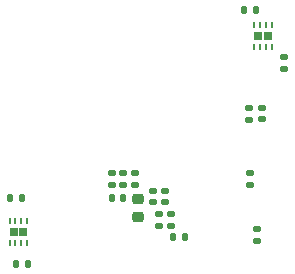
<source format=gbr>
%TF.GenerationSoftware,KiCad,Pcbnew,(6.0.4)*%
%TF.CreationDate,2023-01-28T19:19:13+00:00*%
%TF.ProjectId,PrettySmallRobot,50726574-7479-4536-9d61-6c6c526f626f,rev?*%
%TF.SameCoordinates,Original*%
%TF.FileFunction,Paste,Bot*%
%TF.FilePolarity,Positive*%
%FSLAX46Y46*%
G04 Gerber Fmt 4.6, Leading zero omitted, Abs format (unit mm)*
G04 Created by KiCad (PCBNEW (6.0.4)) date 2023-01-28 19:19:13*
%MOMM*%
%LPD*%
G01*
G04 APERTURE LIST*
G04 Aperture macros list*
%AMRoundRect*
0 Rectangle with rounded corners*
0 $1 Rounding radius*
0 $2 $3 $4 $5 $6 $7 $8 $9 X,Y pos of 4 corners*
0 Add a 4 corners polygon primitive as box body*
4,1,4,$2,$3,$4,$5,$6,$7,$8,$9,$2,$3,0*
0 Add four circle primitives for the rounded corners*
1,1,$1+$1,$2,$3*
1,1,$1+$1,$4,$5*
1,1,$1+$1,$6,$7*
1,1,$1+$1,$8,$9*
0 Add four rect primitives between the rounded corners*
20,1,$1+$1,$2,$3,$4,$5,0*
20,1,$1+$1,$4,$5,$6,$7,0*
20,1,$1+$1,$6,$7,$8,$9,0*
20,1,$1+$1,$8,$9,$2,$3,0*%
G04 Aperture macros list end*
%ADD10R,0.650000X0.750000*%
%ADD11R,0.250000X0.500000*%
%ADD12RoundRect,0.140000X0.140000X0.170000X-0.140000X0.170000X-0.140000X-0.170000X0.140000X-0.170000X0*%
%ADD13RoundRect,0.135000X0.185000X-0.135000X0.185000X0.135000X-0.185000X0.135000X-0.185000X-0.135000X0*%
%ADD14RoundRect,0.140000X-0.140000X-0.170000X0.140000X-0.170000X0.140000X0.170000X-0.140000X0.170000X0*%
%ADD15RoundRect,0.140000X-0.170000X0.140000X-0.170000X-0.140000X0.170000X-0.140000X0.170000X0.140000X0*%
%ADD16RoundRect,0.140000X0.170000X-0.140000X0.170000X0.140000X-0.170000X0.140000X-0.170000X-0.140000X0*%
%ADD17RoundRect,0.135000X-0.185000X0.135000X-0.185000X-0.135000X0.185000X-0.135000X0.185000X0.135000X0*%
%ADD18RoundRect,0.147500X0.147500X0.172500X-0.147500X0.172500X-0.147500X-0.172500X0.147500X-0.172500X0*%
%ADD19RoundRect,0.225000X-0.250000X0.225000X-0.250000X-0.225000X0.250000X-0.225000X0.250000X0.225000X0*%
G04 APERTURE END LIST*
D10*
%TO.C,U2*%
X194700000Y-103900000D03*
X193900000Y-103900000D03*
D11*
X195050000Y-104850000D03*
X194550000Y-104850000D03*
X194050000Y-104850000D03*
X193550000Y-104850000D03*
X193550000Y-102950000D03*
X194050000Y-102950000D03*
X194550000Y-102950000D03*
X195050000Y-102950000D03*
%TD*%
D12*
%TO.C,C3*%
X193680000Y-101700000D03*
X192720000Y-101700000D03*
%TD*%
D13*
%TO.C,R9*%
X193100000Y-111010000D03*
X193100000Y-109990000D03*
%TD*%
D14*
%TO.C,C10*%
X186720000Y-120900000D03*
X187680000Y-120900000D03*
%TD*%
D15*
%TO.C,C2*%
X196100000Y-105720000D03*
X196100000Y-106680000D03*
%TD*%
%TO.C,C24*%
X194200000Y-110020000D03*
X194200000Y-110980000D03*
%TD*%
D14*
%TO.C,C7*%
X172920000Y-117600000D03*
X173880000Y-117600000D03*
%TD*%
D10*
%TO.C,U1*%
X173200000Y-120500000D03*
X174000000Y-120500000D03*
D11*
X172850000Y-119550000D03*
X173350000Y-119550000D03*
X173850000Y-119550000D03*
X174350000Y-119550000D03*
X174350000Y-121450000D03*
X173850000Y-121450000D03*
X173350000Y-121450000D03*
X172850000Y-121450000D03*
%TD*%
D14*
%TO.C,C6*%
X173420000Y-123200000D03*
X174380000Y-123200000D03*
%TD*%
D15*
%TO.C,C20*%
X183496152Y-115531320D03*
X183496152Y-116491320D03*
%TD*%
D16*
%TO.C,C11*%
X185500000Y-119980000D03*
X185500000Y-119020000D03*
%TD*%
D17*
%TO.C,R2*%
X193200000Y-115490000D03*
X193200000Y-116510000D03*
%TD*%
%TO.C,R1*%
X193800000Y-120290000D03*
X193800000Y-121310000D03*
%TD*%
D15*
%TO.C,C19*%
X181500000Y-115540000D03*
X181500000Y-116500000D03*
%TD*%
D16*
%TO.C,C5*%
X186000000Y-117980000D03*
X186000000Y-117020000D03*
%TD*%
%TO.C,C4*%
X185000000Y-117980000D03*
X185000000Y-117020000D03*
%TD*%
D18*
%TO.C,L1*%
X182477296Y-117624897D03*
X181507296Y-117624897D03*
%TD*%
D16*
%TO.C,C16*%
X186500000Y-119980000D03*
X186500000Y-119020000D03*
%TD*%
D19*
%TO.C,C1*%
X183718091Y-119241600D03*
X183718091Y-117691600D03*
%TD*%
D15*
%TO.C,C18*%
X182496227Y-115538867D03*
X182496227Y-116498867D03*
%TD*%
M02*

</source>
